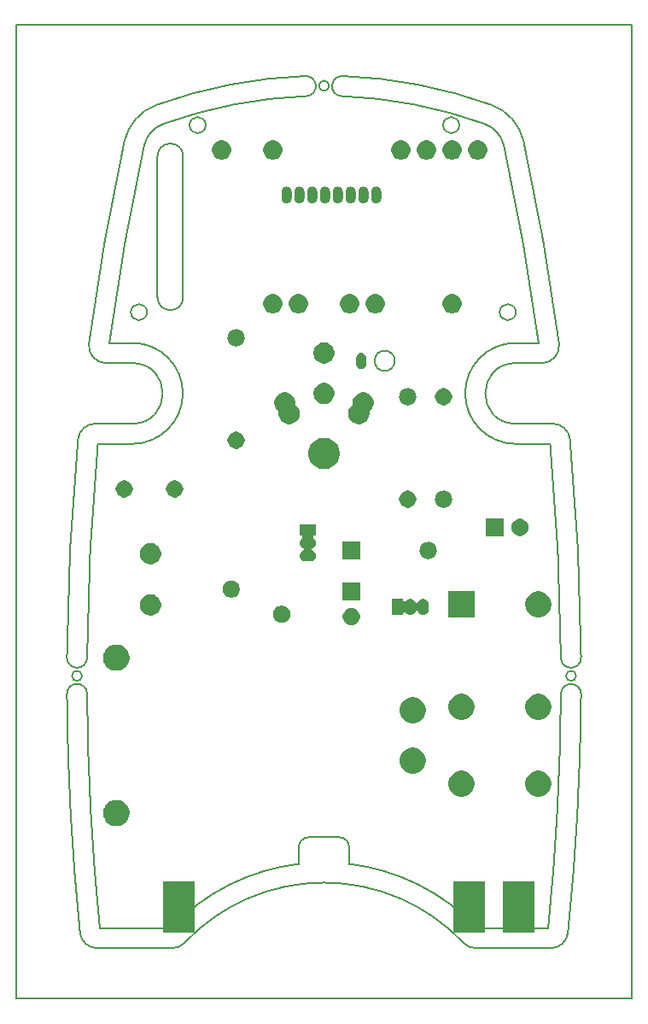
<source format=gbr>
%TF.GenerationSoftware,KiCad,Pcbnew,(5.0.1)-4*%
%TF.CreationDate,2020-03-09T19:56:50+01:00*%
%TF.ProjectId,Funk-Schaltsteckdose,46756E6B2D536368616C74737465636B,rev?*%
%TF.SameCoordinates,Original*%
%TF.FileFunction,Soldermask,Top*%
%TF.FilePolarity,Negative*%
%FSLAX46Y46*%
G04 Gerber Fmt 4.6, Leading zero omitted, Abs format (unit mm)*
G04 Created by KiCad (PCBNEW (5.0.1)-4) date 09.03.2020 19:56:50*
%MOMM*%
%LPD*%
G01*
G04 APERTURE LIST*
%ADD10C,0.150000*%
%ADD11C,0.200000*%
G04 APERTURE END LIST*
D10*
X113419000Y-73407000D02*
G75*
G03X113419000Y-73407000I-800000J0D01*
G01*
X88273000Y-73407000D02*
G75*
G03X88273000Y-73407000I-800000J0D01*
G01*
X82447000Y-91949000D02*
G75*
G03X82447000Y-91949000I-800000J0D01*
G01*
X119023000Y-91949000D02*
G75*
G03X119023000Y-91949000I-800000J0D01*
G01*
X107015000Y-96775000D02*
G75*
G03X107015000Y-96775000I-1000000J0D01*
G01*
D11*
X82150901Y-75467983D02*
G75*
G02X84065149Y-73283707I2931366J-638041D01*
G01*
X81000000Y-95000000D02*
G75*
G02X81000000Y-105000000I0J-5000000D01*
G01*
X80196658Y-75042623D02*
G75*
G02X83387070Y-71402163I4885609J-1063401D01*
G01*
X115068543Y-155000001D02*
G75*
G02X113820194Y-154461510I0J1716230D01*
G01*
X122685153Y-103000000D02*
G75*
G02X124393757Y-104554632I0J-1716229D01*
G01*
X74506558Y-129807258D02*
G75*
G02X76506506Y-129792742I999974J7258D01*
G01*
X101762500Y-70533059D02*
G75*
G02X115934851Y-73283707I-1762500J-46966941D01*
G01*
X101837500Y-68534465D02*
G75*
G02X116612930Y-71402163I-1837500J-48965535D01*
G01*
X76506506Y-126207258D02*
G75*
G02X77573182Y-105000000I246993494J-1792742D01*
G01*
X78390001Y-97000000D02*
X81000000Y-97000000D01*
X125493442Y-126192742D02*
G75*
G02X123493494Y-126207258I-999974J-7258D01*
G01*
X76506505Y-126207258D02*
G75*
G02X74506559Y-126192742I-999973J7258D01*
G01*
X75606243Y-104554632D02*
G75*
G02X77314847Y-103000000I1708604J-161597D01*
G01*
X83387070Y-71402163D02*
G75*
G02X98162500Y-68534465I16612930J-46097837D01*
G01*
X97500000Y-145000000D02*
G75*
G02X98500000Y-144000000I1000000J0D01*
G01*
X123493494Y-129792742D02*
G75*
G02X122231561Y-153000000I-246993494J1792742D01*
G01*
X75804972Y-153459248D02*
G75*
G02X74506559Y-129807258I247695028J25459248D01*
G01*
X81000000Y-95000000D02*
X78714380Y-95000000D01*
X122426818Y-105000000D02*
G75*
G02X123493494Y-126207258I-245926818J-23000000D01*
G01*
X119803342Y-75042623D02*
G75*
G02X123311142Y-95056710I-243303342J-52957377D01*
G01*
X98162500Y-68534465D02*
G75*
G02X98237500Y-70533059I37500J-999297D01*
G01*
X81000000Y-97000000D02*
G75*
G02X81000000Y-103000000I0J-3000000D01*
G01*
X76688858Y-95056710D02*
G75*
G02X80196658Y-75042623I246811142J-32943290D01*
G01*
X125493442Y-129807258D02*
G75*
G02X124195028Y-153459249I-248993442J1807258D01*
G01*
X101762500Y-70533059D02*
G75*
G02X101837500Y-68534465I37500J999297D01*
G01*
X77512207Y-155000001D02*
G75*
G02X75804972Y-153459249I0J1716230D01*
G01*
X102500000Y-146649341D02*
G75*
G02X115190458Y-153000000I-2500000J-20850659D01*
G01*
X124195027Y-153459249D02*
G75*
G02X122487793Y-155000000I-1707234J175478D01*
G01*
X116612930Y-71402163D02*
G75*
G02X119803342Y-75042623I-1695197J-4703861D01*
G01*
X86179806Y-154461510D02*
G75*
G02X113820194Y-154461510I13820194J-13038490D01*
G01*
X119000000Y-103000000D02*
G75*
G02X119000000Y-97000000I0J3000000D01*
G01*
X124393757Y-104554632D02*
G75*
G02X125493441Y-126192742I-247893757J-23445368D01*
G01*
X123311141Y-95056710D02*
G75*
G02X121609999Y-97000000I-1701142J-227061D01*
G01*
X115934851Y-73283707D02*
G75*
G02X117849098Y-75467983I-1017118J-2822317D01*
G01*
X74506559Y-126192742D02*
G75*
G02X75606243Y-104554632I248993441J-1807258D01*
G01*
X123493495Y-129792742D02*
G75*
G02X125493441Y-129807258I999973J-7258D01*
G01*
X78390001Y-97000001D02*
G75*
G02X76688858Y-95056710I0J1716230D01*
G01*
X81000000Y-103000000D02*
X77314847Y-103000000D01*
X78714380Y-95000000D02*
G75*
G02X82150902Y-75467983I244785620J-33000000D01*
G01*
X101500000Y-144000000D02*
G75*
G02X102500000Y-145000000I0J-1000000D01*
G01*
X84809542Y-153000000D02*
G75*
G02X97500000Y-146649341I15190458J-14500000D01*
G01*
X86179805Y-154461510D02*
G75*
G02X84931457Y-155000000I-1248348J1177739D01*
G01*
X84065149Y-73283707D02*
G75*
G02X98237500Y-70533059I15934851J-44216293D01*
G01*
X119000000Y-105000000D02*
G75*
G02X119000000Y-95000000I0J5000000D01*
G01*
X77573182Y-105000000D02*
X81000000Y-105000000D01*
X117849098Y-75467983D02*
G75*
G02X121285620Y-95000000I-241349098J-52532017D01*
G01*
X77768439Y-153000000D02*
G75*
G02X76506506Y-129792742I245731561J25000000D01*
G01*
X97500000Y-145000000D02*
X97500000Y-146649341D01*
X101500000Y-144000000D02*
X98500000Y-144000000D01*
X102500000Y-146649341D02*
X102500000Y-145000000D01*
X119000000Y-97000000D02*
X121609999Y-97000000D01*
X69500000Y-63500000D02*
X69500000Y-160000000D01*
X69500000Y-160000000D02*
X130500000Y-160000000D01*
X76000000Y-128000000D02*
G75*
G03X76000000Y-128000000I-500000J0D01*
G01*
X77512207Y-155000000D02*
X84931457Y-155000000D01*
X119000000Y-105000000D02*
X122426818Y-105000000D01*
X122231561Y-153000000D02*
X115190458Y-153000000D01*
X115068543Y-155000000D02*
X122487793Y-155000000D01*
X84809542Y-153000000D02*
X77768439Y-153000000D01*
X130500000Y-160000000D02*
X130500000Y-63500000D01*
X121285620Y-95000000D02*
X119000000Y-95000000D01*
X122685153Y-103000000D02*
X119000000Y-103000000D01*
X130500000Y-63500000D02*
X69500000Y-63500000D01*
X125000000Y-128000000D02*
G75*
G03X125000000Y-128000000I-500000J0D01*
G01*
X100500000Y-69500000D02*
G75*
G03X100500000Y-69500000I-500000J0D01*
G01*
D10*
X83490000Y-76505000D02*
G75*
G02X86030000Y-76505000I1270000J0D01*
G01*
X86030000Y-90475000D02*
G75*
G02X83490000Y-90475000I-1270000J0D01*
G01*
X86030000Y-90475000D02*
X86030000Y-76505000D01*
X83490000Y-76505000D02*
X83490000Y-90475000D01*
G36*
X120851000Y-153451000D02*
X117749000Y-153451000D01*
X117749000Y-148349000D01*
X120851000Y-148349000D01*
X120851000Y-153451000D01*
X120851000Y-153451000D01*
G37*
G36*
X115951000Y-153451000D02*
X112849000Y-153451000D01*
X112849000Y-148349000D01*
X115951000Y-148349000D01*
X115951000Y-153451000D01*
X115951000Y-153451000D01*
G37*
G36*
X87151000Y-153451000D02*
X84049000Y-153451000D01*
X84049000Y-148349000D01*
X87151000Y-148349000D01*
X87151000Y-153451000D01*
X87151000Y-153451000D01*
G37*
G36*
X79779485Y-140348996D02*
X79779487Y-140348997D01*
X79779488Y-140348997D01*
X80016255Y-140447069D01*
X80229342Y-140589449D01*
X80410551Y-140770658D01*
X80552931Y-140983745D01*
X80651004Y-141220515D01*
X80701000Y-141471861D01*
X80701000Y-141728139D01*
X80651004Y-141979485D01*
X80552931Y-142216255D01*
X80410551Y-142429342D01*
X80229342Y-142610551D01*
X80229339Y-142610553D01*
X80016255Y-142752931D01*
X79779488Y-142851003D01*
X79779487Y-142851003D01*
X79779485Y-142851004D01*
X79528139Y-142901000D01*
X79271861Y-142901000D01*
X79020515Y-142851004D01*
X79020513Y-142851003D01*
X79020512Y-142851003D01*
X78783745Y-142752931D01*
X78570661Y-142610553D01*
X78570658Y-142610551D01*
X78389449Y-142429342D01*
X78247069Y-142216255D01*
X78148996Y-141979485D01*
X78099000Y-141728139D01*
X78099000Y-141471861D01*
X78148996Y-141220515D01*
X78247069Y-140983745D01*
X78389449Y-140770658D01*
X78570658Y-140589449D01*
X78783745Y-140447069D01*
X79020512Y-140348997D01*
X79020513Y-140348997D01*
X79020515Y-140348996D01*
X79271861Y-140299000D01*
X79528139Y-140299000D01*
X79779485Y-140348996D01*
X79779485Y-140348996D01*
G37*
G36*
X121634485Y-137433996D02*
X121634487Y-137433997D01*
X121634488Y-137433997D01*
X121871255Y-137532069D01*
X122084342Y-137674449D01*
X122265551Y-137855658D01*
X122407931Y-138068745D01*
X122506004Y-138305515D01*
X122556000Y-138556861D01*
X122556000Y-138813139D01*
X122506004Y-139064485D01*
X122407931Y-139301255D01*
X122265551Y-139514342D01*
X122084342Y-139695551D01*
X122084339Y-139695553D01*
X121871255Y-139837931D01*
X121634488Y-139936003D01*
X121634487Y-139936003D01*
X121634485Y-139936004D01*
X121383139Y-139986000D01*
X121126861Y-139986000D01*
X120875515Y-139936004D01*
X120875513Y-139936003D01*
X120875512Y-139936003D01*
X120638745Y-139837931D01*
X120425661Y-139695553D01*
X120425658Y-139695551D01*
X120244449Y-139514342D01*
X120102069Y-139301255D01*
X120003996Y-139064485D01*
X119954000Y-138813139D01*
X119954000Y-138556861D01*
X120003996Y-138305515D01*
X120102069Y-138068745D01*
X120244449Y-137855658D01*
X120425658Y-137674449D01*
X120638745Y-137532069D01*
X120875512Y-137433997D01*
X120875513Y-137433997D01*
X120875515Y-137433996D01*
X121126861Y-137384000D01*
X121383139Y-137384000D01*
X121634485Y-137433996D01*
X121634485Y-137433996D01*
G37*
G36*
X114014485Y-137433996D02*
X114014487Y-137433997D01*
X114014488Y-137433997D01*
X114251255Y-137532069D01*
X114464342Y-137674449D01*
X114645551Y-137855658D01*
X114787931Y-138068745D01*
X114886004Y-138305515D01*
X114936000Y-138556861D01*
X114936000Y-138813139D01*
X114886004Y-139064485D01*
X114787931Y-139301255D01*
X114645551Y-139514342D01*
X114464342Y-139695551D01*
X114464339Y-139695553D01*
X114251255Y-139837931D01*
X114014488Y-139936003D01*
X114014487Y-139936003D01*
X114014485Y-139936004D01*
X113763139Y-139986000D01*
X113506861Y-139986000D01*
X113255515Y-139936004D01*
X113255513Y-139936003D01*
X113255512Y-139936003D01*
X113018745Y-139837931D01*
X112805661Y-139695553D01*
X112805658Y-139695551D01*
X112624449Y-139514342D01*
X112482069Y-139301255D01*
X112383996Y-139064485D01*
X112334000Y-138813139D01*
X112334000Y-138556861D01*
X112383996Y-138305515D01*
X112482069Y-138068745D01*
X112624449Y-137855658D01*
X112805658Y-137674449D01*
X113018745Y-137532069D01*
X113255512Y-137433997D01*
X113255513Y-137433997D01*
X113255515Y-137433996D01*
X113506861Y-137384000D01*
X113763139Y-137384000D01*
X114014485Y-137433996D01*
X114014485Y-137433996D01*
G37*
G36*
X109179485Y-135148996D02*
X109179487Y-135148997D01*
X109179488Y-135148997D01*
X109416255Y-135247069D01*
X109629342Y-135389449D01*
X109810551Y-135570658D01*
X109952931Y-135783745D01*
X110051004Y-136020515D01*
X110101000Y-136271861D01*
X110101000Y-136528139D01*
X110051004Y-136779485D01*
X109952931Y-137016255D01*
X109810551Y-137229342D01*
X109629342Y-137410551D01*
X109629339Y-137410553D01*
X109416255Y-137552931D01*
X109179488Y-137651003D01*
X109179487Y-137651003D01*
X109179485Y-137651004D01*
X108928139Y-137701000D01*
X108671861Y-137701000D01*
X108420515Y-137651004D01*
X108420513Y-137651003D01*
X108420512Y-137651003D01*
X108183745Y-137552931D01*
X107970661Y-137410553D01*
X107970658Y-137410551D01*
X107789449Y-137229342D01*
X107647069Y-137016255D01*
X107548996Y-136779485D01*
X107499000Y-136528139D01*
X107499000Y-136271861D01*
X107548996Y-136020515D01*
X107647069Y-135783745D01*
X107789449Y-135570658D01*
X107970658Y-135389449D01*
X108183745Y-135247069D01*
X108420512Y-135148997D01*
X108420513Y-135148997D01*
X108420515Y-135148996D01*
X108671861Y-135099000D01*
X108928139Y-135099000D01*
X109179485Y-135148996D01*
X109179485Y-135148996D01*
G37*
G36*
X109179485Y-130148996D02*
X109179487Y-130148997D01*
X109179488Y-130148997D01*
X109388706Y-130235658D01*
X109416255Y-130247069D01*
X109629342Y-130389449D01*
X109810551Y-130570658D01*
X109952931Y-130783745D01*
X110051004Y-131020515D01*
X110101000Y-131271861D01*
X110101000Y-131528139D01*
X110051004Y-131779485D01*
X109952931Y-132016255D01*
X109810551Y-132229342D01*
X109629342Y-132410551D01*
X109629339Y-132410553D01*
X109416255Y-132552931D01*
X109179488Y-132651003D01*
X109179487Y-132651003D01*
X109179485Y-132651004D01*
X108928139Y-132701000D01*
X108671861Y-132701000D01*
X108420515Y-132651004D01*
X108420513Y-132651003D01*
X108420512Y-132651003D01*
X108183745Y-132552931D01*
X107970661Y-132410553D01*
X107970658Y-132410551D01*
X107789449Y-132229342D01*
X107647069Y-132016255D01*
X107548996Y-131779485D01*
X107499000Y-131528139D01*
X107499000Y-131271861D01*
X107548996Y-131020515D01*
X107647069Y-130783745D01*
X107789449Y-130570658D01*
X107970658Y-130389449D01*
X108183745Y-130247069D01*
X108211294Y-130235658D01*
X108420512Y-130148997D01*
X108420513Y-130148997D01*
X108420515Y-130148996D01*
X108671861Y-130099000D01*
X108928139Y-130099000D01*
X109179485Y-130148996D01*
X109179485Y-130148996D01*
G37*
G36*
X121634485Y-129813996D02*
X121634487Y-129813997D01*
X121634488Y-129813997D01*
X121871255Y-129912069D01*
X122084342Y-130054449D01*
X122265551Y-130235658D01*
X122407931Y-130448745D01*
X122506004Y-130685515D01*
X122556000Y-130936861D01*
X122556000Y-131193139D01*
X122506004Y-131444485D01*
X122407931Y-131681255D01*
X122265551Y-131894342D01*
X122084342Y-132075551D01*
X122084339Y-132075553D01*
X121871255Y-132217931D01*
X121634488Y-132316003D01*
X121634487Y-132316003D01*
X121634485Y-132316004D01*
X121383139Y-132366000D01*
X121126861Y-132366000D01*
X120875515Y-132316004D01*
X120875513Y-132316003D01*
X120875512Y-132316003D01*
X120638745Y-132217931D01*
X120425661Y-132075553D01*
X120425658Y-132075551D01*
X120244449Y-131894342D01*
X120102069Y-131681255D01*
X120003996Y-131444485D01*
X119954000Y-131193139D01*
X119954000Y-130936861D01*
X120003996Y-130685515D01*
X120102069Y-130448745D01*
X120244449Y-130235658D01*
X120425658Y-130054449D01*
X120638745Y-129912069D01*
X120875512Y-129813997D01*
X120875513Y-129813997D01*
X120875515Y-129813996D01*
X121126861Y-129764000D01*
X121383139Y-129764000D01*
X121634485Y-129813996D01*
X121634485Y-129813996D01*
G37*
G36*
X114014485Y-129813996D02*
X114014487Y-129813997D01*
X114014488Y-129813997D01*
X114251255Y-129912069D01*
X114464342Y-130054449D01*
X114645551Y-130235658D01*
X114787931Y-130448745D01*
X114886004Y-130685515D01*
X114936000Y-130936861D01*
X114936000Y-131193139D01*
X114886004Y-131444485D01*
X114787931Y-131681255D01*
X114645551Y-131894342D01*
X114464342Y-132075551D01*
X114464339Y-132075553D01*
X114251255Y-132217931D01*
X114014488Y-132316003D01*
X114014487Y-132316003D01*
X114014485Y-132316004D01*
X113763139Y-132366000D01*
X113506861Y-132366000D01*
X113255515Y-132316004D01*
X113255513Y-132316003D01*
X113255512Y-132316003D01*
X113018745Y-132217931D01*
X112805661Y-132075553D01*
X112805658Y-132075551D01*
X112624449Y-131894342D01*
X112482069Y-131681255D01*
X112383996Y-131444485D01*
X112334000Y-131193139D01*
X112334000Y-130936861D01*
X112383996Y-130685515D01*
X112482069Y-130448745D01*
X112624449Y-130235658D01*
X112805658Y-130054449D01*
X113018745Y-129912069D01*
X113255512Y-129813997D01*
X113255513Y-129813997D01*
X113255515Y-129813996D01*
X113506861Y-129764000D01*
X113763139Y-129764000D01*
X114014485Y-129813996D01*
X114014485Y-129813996D01*
G37*
G36*
X79779485Y-124948996D02*
X79779487Y-124948997D01*
X79779488Y-124948997D01*
X80016255Y-125047069D01*
X80229342Y-125189449D01*
X80410551Y-125370658D01*
X80552931Y-125583745D01*
X80651004Y-125820515D01*
X80701000Y-126071861D01*
X80701000Y-126328139D01*
X80651004Y-126579485D01*
X80552931Y-126816255D01*
X80410551Y-127029342D01*
X80229342Y-127210551D01*
X80229339Y-127210553D01*
X80016255Y-127352931D01*
X79779488Y-127451003D01*
X79779487Y-127451003D01*
X79779485Y-127451004D01*
X79528139Y-127501000D01*
X79271861Y-127501000D01*
X79020515Y-127451004D01*
X79020513Y-127451003D01*
X79020512Y-127451003D01*
X78783745Y-127352931D01*
X78570661Y-127210553D01*
X78570658Y-127210551D01*
X78389449Y-127029342D01*
X78247069Y-126816255D01*
X78148996Y-126579485D01*
X78099000Y-126328139D01*
X78099000Y-126071861D01*
X78148996Y-125820515D01*
X78247069Y-125583745D01*
X78389449Y-125370658D01*
X78570658Y-125189449D01*
X78783745Y-125047069D01*
X79020512Y-124948997D01*
X79020513Y-124948997D01*
X79020515Y-124948996D01*
X79271861Y-124899000D01*
X79528139Y-124899000D01*
X79779485Y-124948996D01*
X79779485Y-124948996D01*
G37*
G36*
X102961228Y-121316703D02*
X103116100Y-121380853D01*
X103255481Y-121473985D01*
X103374015Y-121592519D01*
X103467147Y-121731900D01*
X103531297Y-121886772D01*
X103564000Y-122051184D01*
X103564000Y-122218816D01*
X103531297Y-122383228D01*
X103467147Y-122538100D01*
X103374015Y-122677481D01*
X103255481Y-122796015D01*
X103116100Y-122889147D01*
X102961228Y-122953297D01*
X102796816Y-122986000D01*
X102629184Y-122986000D01*
X102464772Y-122953297D01*
X102309900Y-122889147D01*
X102170519Y-122796015D01*
X102051985Y-122677481D01*
X101958853Y-122538100D01*
X101894703Y-122383228D01*
X101862000Y-122218816D01*
X101862000Y-122051184D01*
X101894703Y-121886772D01*
X101958853Y-121731900D01*
X102051985Y-121592519D01*
X102170519Y-121473985D01*
X102309900Y-121380853D01*
X102464772Y-121316703D01*
X102629184Y-121284000D01*
X102796816Y-121284000D01*
X102961228Y-121316703D01*
X102961228Y-121316703D01*
G37*
G36*
X96048228Y-121081703D02*
X96203100Y-121145853D01*
X96342481Y-121238985D01*
X96461015Y-121357519D01*
X96554147Y-121496900D01*
X96618297Y-121651772D01*
X96651000Y-121816184D01*
X96651000Y-121983816D01*
X96618297Y-122148228D01*
X96554147Y-122303100D01*
X96461015Y-122442481D01*
X96342481Y-122561015D01*
X96203100Y-122654147D01*
X96048228Y-122718297D01*
X95883816Y-122751000D01*
X95716184Y-122751000D01*
X95551772Y-122718297D01*
X95396900Y-122654147D01*
X95257519Y-122561015D01*
X95138985Y-122442481D01*
X95045853Y-122303100D01*
X94981703Y-122148228D01*
X94949000Y-121983816D01*
X94949000Y-121816184D01*
X94981703Y-121651772D01*
X95045853Y-121496900D01*
X95138985Y-121357519D01*
X95257519Y-121238985D01*
X95396900Y-121145853D01*
X95551772Y-121081703D01*
X95716184Y-121049000D01*
X95883816Y-121049000D01*
X96048228Y-121081703D01*
X96048228Y-121081703D01*
G37*
G36*
X121634485Y-119653996D02*
X121634487Y-119653997D01*
X121634488Y-119653997D01*
X121871255Y-119752069D01*
X122084342Y-119894449D01*
X122265551Y-120075658D01*
X122265553Y-120075661D01*
X122407931Y-120288745D01*
X122505682Y-120524736D01*
X122506004Y-120525515D01*
X122556000Y-120776861D01*
X122556000Y-121033139D01*
X122515055Y-121238985D01*
X122506003Y-121284488D01*
X122453063Y-121412297D01*
X122407931Y-121521255D01*
X122265551Y-121734342D01*
X122084342Y-121915551D01*
X122084339Y-121915553D01*
X121871255Y-122057931D01*
X121634488Y-122156003D01*
X121634487Y-122156003D01*
X121634485Y-122156004D01*
X121383139Y-122206000D01*
X121126861Y-122206000D01*
X120875515Y-122156004D01*
X120875513Y-122156003D01*
X120875512Y-122156003D01*
X120638745Y-122057931D01*
X120425661Y-121915553D01*
X120425658Y-121915551D01*
X120244449Y-121734342D01*
X120102069Y-121521255D01*
X120056937Y-121412297D01*
X120003997Y-121284488D01*
X119994946Y-121238985D01*
X119954000Y-121033139D01*
X119954000Y-120776861D01*
X120003996Y-120525515D01*
X120004319Y-120524736D01*
X120102069Y-120288745D01*
X120244447Y-120075661D01*
X120244449Y-120075658D01*
X120425658Y-119894449D01*
X120638745Y-119752069D01*
X120875512Y-119653997D01*
X120875513Y-119653997D01*
X120875515Y-119653996D01*
X121126861Y-119604000D01*
X121383139Y-119604000D01*
X121634485Y-119653996D01*
X121634485Y-119653996D01*
G37*
G36*
X114936000Y-122206000D02*
X112334000Y-122206000D01*
X112334000Y-119604000D01*
X114936000Y-119604000D01*
X114936000Y-122206000D01*
X114936000Y-122206000D01*
G37*
G36*
X83096565Y-119969389D02*
X83287834Y-120048615D01*
X83459976Y-120163637D01*
X83606363Y-120310024D01*
X83721385Y-120482166D01*
X83800611Y-120673435D01*
X83841000Y-120876484D01*
X83841000Y-121083516D01*
X83800611Y-121286565D01*
X83721385Y-121477834D01*
X83606363Y-121649976D01*
X83459976Y-121796363D01*
X83287834Y-121911385D01*
X83096565Y-121990611D01*
X82893516Y-122031000D01*
X82686484Y-122031000D01*
X82483435Y-121990611D01*
X82292166Y-121911385D01*
X82120024Y-121796363D01*
X81973637Y-121649976D01*
X81858615Y-121477834D01*
X81779389Y-121286565D01*
X81739000Y-121083516D01*
X81739000Y-120876484D01*
X81779389Y-120673435D01*
X81858615Y-120482166D01*
X81973637Y-120310024D01*
X82120024Y-120163637D01*
X82292166Y-120048615D01*
X82483435Y-119969389D01*
X82686484Y-119929000D01*
X82893516Y-119929000D01*
X83096565Y-119969389D01*
X83096565Y-119969389D01*
G37*
G36*
X109937915Y-120366334D02*
X110046491Y-120399271D01*
X110146556Y-120452756D01*
X110234264Y-120524736D01*
X110306244Y-120612443D01*
X110359729Y-120712508D01*
X110392666Y-120821084D01*
X110401000Y-120905702D01*
X110401000Y-121412297D01*
X110392666Y-121496916D01*
X110359729Y-121605492D01*
X110306244Y-121705557D01*
X110234264Y-121793264D01*
X110146557Y-121865244D01*
X110046492Y-121918729D01*
X109937916Y-121951666D01*
X109825000Y-121962787D01*
X109712085Y-121951666D01*
X109603509Y-121918729D01*
X109503444Y-121865244D01*
X109443665Y-121816184D01*
X109415739Y-121793266D01*
X109415737Y-121793264D01*
X109343757Y-121705557D01*
X109314047Y-121649973D01*
X109300240Y-121624143D01*
X109286627Y-121603768D01*
X109269299Y-121586441D01*
X109248925Y-121572827D01*
X109226286Y-121563450D01*
X109202253Y-121558669D01*
X109177748Y-121558669D01*
X109153715Y-121563449D01*
X109131076Y-121572827D01*
X109110701Y-121586440D01*
X109093374Y-121603768D01*
X109079760Y-121624143D01*
X109036244Y-121705557D01*
X108964264Y-121793264D01*
X108876557Y-121865244D01*
X108776492Y-121918729D01*
X108667916Y-121951666D01*
X108555000Y-121962787D01*
X108442085Y-121951666D01*
X108333509Y-121918729D01*
X108233444Y-121865244D01*
X108145737Y-121793264D01*
X108082626Y-121716364D01*
X108065299Y-121699036D01*
X108044924Y-121685423D01*
X108022285Y-121676045D01*
X107998252Y-121671265D01*
X107973748Y-121671265D01*
X107949714Y-121676046D01*
X107927075Y-121685423D01*
X107906701Y-121699037D01*
X107889373Y-121716364D01*
X107875760Y-121736739D01*
X107866382Y-121759378D01*
X107861000Y-121795663D01*
X107861000Y-121960000D01*
X106709000Y-121960000D01*
X106709000Y-120358000D01*
X107861000Y-120358000D01*
X107861000Y-120522337D01*
X107863402Y-120546723D01*
X107870515Y-120570172D01*
X107882066Y-120591783D01*
X107897612Y-120610725D01*
X107916554Y-120626271D01*
X107938165Y-120637822D01*
X107961614Y-120644935D01*
X107986000Y-120647337D01*
X108010386Y-120644935D01*
X108033835Y-120637822D01*
X108055446Y-120626271D01*
X108082626Y-120601636D01*
X108145097Y-120525515D01*
X108145736Y-120524736D01*
X108233443Y-120452756D01*
X108333508Y-120399271D01*
X108442084Y-120366334D01*
X108555000Y-120355213D01*
X108667915Y-120366334D01*
X108776491Y-120399271D01*
X108876556Y-120452756D01*
X108964264Y-120524736D01*
X109036244Y-120612443D01*
X109079767Y-120693869D01*
X109093373Y-120714232D01*
X109110700Y-120731560D01*
X109131075Y-120745174D01*
X109153713Y-120754551D01*
X109177747Y-120759332D01*
X109202251Y-120759332D01*
X109226285Y-120754552D01*
X109248924Y-120745175D01*
X109269298Y-120731561D01*
X109286626Y-120714234D01*
X109300240Y-120693858D01*
X109343756Y-120612444D01*
X109415097Y-120525515D01*
X109415736Y-120524736D01*
X109503443Y-120452756D01*
X109603508Y-120399271D01*
X109712084Y-120366334D01*
X109825000Y-120355213D01*
X109937915Y-120366334D01*
X109937915Y-120366334D01*
G37*
G36*
X103564000Y-120486000D02*
X101862000Y-120486000D01*
X101862000Y-118784000D01*
X103564000Y-118784000D01*
X103564000Y-120486000D01*
X103564000Y-120486000D01*
G37*
G36*
X91048228Y-118581703D02*
X91203100Y-118645853D01*
X91342481Y-118738985D01*
X91461015Y-118857519D01*
X91554147Y-118996900D01*
X91618297Y-119151772D01*
X91651000Y-119316184D01*
X91651000Y-119483816D01*
X91618297Y-119648228D01*
X91554147Y-119803100D01*
X91461015Y-119942481D01*
X91342481Y-120061015D01*
X91203100Y-120154147D01*
X91048228Y-120218297D01*
X90883816Y-120251000D01*
X90716184Y-120251000D01*
X90551772Y-120218297D01*
X90396900Y-120154147D01*
X90257519Y-120061015D01*
X90138985Y-119942481D01*
X90045853Y-119803100D01*
X89981703Y-119648228D01*
X89949000Y-119483816D01*
X89949000Y-119316184D01*
X89981703Y-119151772D01*
X90045853Y-118996900D01*
X90138985Y-118857519D01*
X90257519Y-118738985D01*
X90396900Y-118645853D01*
X90551772Y-118581703D01*
X90716184Y-118549000D01*
X90883816Y-118549000D01*
X91048228Y-118581703D01*
X91048228Y-118581703D01*
G37*
G36*
X83106565Y-114889389D02*
X83297834Y-114968615D01*
X83469976Y-115083637D01*
X83616363Y-115230024D01*
X83731385Y-115402166D01*
X83810611Y-115593435D01*
X83851000Y-115796484D01*
X83851000Y-116003516D01*
X83810611Y-116206565D01*
X83731385Y-116397834D01*
X83616363Y-116569976D01*
X83469976Y-116716363D01*
X83297834Y-116831385D01*
X83106565Y-116910611D01*
X82903516Y-116951000D01*
X82696484Y-116951000D01*
X82493435Y-116910611D01*
X82302166Y-116831385D01*
X82130024Y-116716363D01*
X81983637Y-116569976D01*
X81868615Y-116397834D01*
X81789389Y-116206565D01*
X81749000Y-116003516D01*
X81749000Y-115796484D01*
X81789389Y-115593435D01*
X81868615Y-115402166D01*
X81983637Y-115230024D01*
X82130024Y-115083637D01*
X82302166Y-114968615D01*
X82493435Y-114889389D01*
X82696484Y-114849000D01*
X82903516Y-114849000D01*
X83106565Y-114889389D01*
X83106565Y-114889389D01*
G37*
G36*
X99196000Y-114115000D02*
X99031664Y-114115000D01*
X99007278Y-114117402D01*
X98983829Y-114124515D01*
X98962218Y-114136066D01*
X98943276Y-114151612D01*
X98927730Y-114170554D01*
X98916179Y-114192165D01*
X98909066Y-114215614D01*
X98906664Y-114240000D01*
X98909066Y-114264386D01*
X98916179Y-114287835D01*
X98927730Y-114309446D01*
X98952365Y-114336626D01*
X99029264Y-114399736D01*
X99101244Y-114487443D01*
X99154729Y-114587508D01*
X99187666Y-114696084D01*
X99198787Y-114809000D01*
X99187666Y-114921916D01*
X99154729Y-115030492D01*
X99154726Y-115030497D01*
X99101244Y-115130557D01*
X99029264Y-115218264D01*
X98941557Y-115290244D01*
X98860143Y-115333760D01*
X98839768Y-115347373D01*
X98822441Y-115364701D01*
X98808827Y-115385075D01*
X98799450Y-115407714D01*
X98794669Y-115431747D01*
X98794669Y-115456252D01*
X98799449Y-115480285D01*
X98808827Y-115502924D01*
X98822440Y-115523299D01*
X98839768Y-115540626D01*
X98860143Y-115554240D01*
X98941557Y-115597756D01*
X99029264Y-115669736D01*
X99101244Y-115757443D01*
X99154729Y-115857508D01*
X99187666Y-115966084D01*
X99198787Y-116079000D01*
X99187666Y-116191916D01*
X99154729Y-116300492D01*
X99101244Y-116400557D01*
X99029264Y-116488264D01*
X98941557Y-116560244D01*
X98841492Y-116613729D01*
X98732916Y-116646666D01*
X98648298Y-116655000D01*
X98141702Y-116655000D01*
X98057084Y-116646666D01*
X97948508Y-116613729D01*
X97848443Y-116560244D01*
X97760736Y-116488264D01*
X97688756Y-116400557D01*
X97635271Y-116300492D01*
X97602334Y-116191916D01*
X97591213Y-116079000D01*
X97602334Y-115966084D01*
X97635271Y-115857508D01*
X97688756Y-115757443D01*
X97760736Y-115669736D01*
X97848443Y-115597756D01*
X97929857Y-115554240D01*
X97950232Y-115540627D01*
X97967559Y-115523299D01*
X97981173Y-115502925D01*
X97990550Y-115480286D01*
X97995331Y-115456253D01*
X97995331Y-115431748D01*
X97990551Y-115407715D01*
X97981173Y-115385076D01*
X97967560Y-115364701D01*
X97950232Y-115347374D01*
X97929857Y-115333760D01*
X97848443Y-115290244D01*
X97760736Y-115218264D01*
X97688756Y-115130557D01*
X97635274Y-115030497D01*
X97635271Y-115030492D01*
X97602334Y-114921916D01*
X97591213Y-114809000D01*
X97602334Y-114696084D01*
X97635271Y-114587508D01*
X97688756Y-114487443D01*
X97760736Y-114399736D01*
X97837635Y-114336626D01*
X97854962Y-114319299D01*
X97868576Y-114298924D01*
X97877954Y-114276285D01*
X97882734Y-114252252D01*
X97882734Y-114227748D01*
X97877953Y-114203714D01*
X97868576Y-114181075D01*
X97854962Y-114160701D01*
X97837635Y-114143374D01*
X97817260Y-114129760D01*
X97794621Y-114120382D01*
X97758336Y-114115000D01*
X97594000Y-114115000D01*
X97594000Y-112963000D01*
X99196000Y-112963000D01*
X99196000Y-114115000D01*
X99196000Y-114115000D01*
G37*
G36*
X110499821Y-114732313D02*
X110499824Y-114732314D01*
X110499825Y-114732314D01*
X110660239Y-114780975D01*
X110660241Y-114780976D01*
X110660244Y-114780977D01*
X110808078Y-114859995D01*
X110937659Y-114966341D01*
X111044005Y-115095922D01*
X111123023Y-115243756D01*
X111123024Y-115243759D01*
X111123025Y-115243761D01*
X111171686Y-115404175D01*
X111171687Y-115404179D01*
X111188117Y-115571000D01*
X111171687Y-115737821D01*
X111171686Y-115737824D01*
X111171686Y-115737825D01*
X111135381Y-115857508D01*
X111123023Y-115898244D01*
X111044005Y-116046078D01*
X110937659Y-116175659D01*
X110808078Y-116282005D01*
X110660244Y-116361023D01*
X110660241Y-116361024D01*
X110660239Y-116361025D01*
X110499825Y-116409686D01*
X110499824Y-116409686D01*
X110499821Y-116409687D01*
X110374804Y-116422000D01*
X110291196Y-116422000D01*
X110166179Y-116409687D01*
X110166176Y-116409686D01*
X110166175Y-116409686D01*
X110005761Y-116361025D01*
X110005759Y-116361024D01*
X110005756Y-116361023D01*
X109857922Y-116282005D01*
X109728341Y-116175659D01*
X109621995Y-116046078D01*
X109542977Y-115898244D01*
X109530620Y-115857508D01*
X109494314Y-115737825D01*
X109494314Y-115737824D01*
X109494313Y-115737821D01*
X109477883Y-115571000D01*
X109494313Y-115404179D01*
X109494314Y-115404175D01*
X109542975Y-115243761D01*
X109542976Y-115243759D01*
X109542977Y-115243756D01*
X109621995Y-115095922D01*
X109728341Y-114966341D01*
X109857922Y-114859995D01*
X110005756Y-114780977D01*
X110005759Y-114780976D01*
X110005761Y-114780975D01*
X110166175Y-114732314D01*
X110166176Y-114732314D01*
X110166179Y-114732313D01*
X110291196Y-114720000D01*
X110374804Y-114720000D01*
X110499821Y-114732313D01*
X110499821Y-114732313D01*
G37*
G36*
X103564000Y-116422000D02*
X101862000Y-116422000D01*
X101862000Y-114720000D01*
X103564000Y-114720000D01*
X103564000Y-116422000D01*
X103564000Y-116422000D01*
G37*
G36*
X117788000Y-114136000D02*
X116086000Y-114136000D01*
X116086000Y-112434000D01*
X117788000Y-112434000D01*
X117788000Y-114136000D01*
X117788000Y-114136000D01*
G37*
G36*
X119685228Y-112466703D02*
X119840100Y-112530853D01*
X119979481Y-112623985D01*
X120098015Y-112742519D01*
X120191147Y-112881900D01*
X120255297Y-113036772D01*
X120288000Y-113201184D01*
X120288000Y-113368816D01*
X120255297Y-113533228D01*
X120191147Y-113688100D01*
X120098015Y-113827481D01*
X119979481Y-113946015D01*
X119840100Y-114039147D01*
X119685228Y-114103297D01*
X119520816Y-114136000D01*
X119353184Y-114136000D01*
X119188772Y-114103297D01*
X119033900Y-114039147D01*
X118894519Y-113946015D01*
X118775985Y-113827481D01*
X118682853Y-113688100D01*
X118618703Y-113533228D01*
X118586000Y-113368816D01*
X118586000Y-113201184D01*
X118618703Y-113036772D01*
X118682853Y-112881900D01*
X118775985Y-112742519D01*
X118894519Y-112623985D01*
X119033900Y-112530853D01*
X119188772Y-112466703D01*
X119353184Y-112434000D01*
X119520816Y-112434000D01*
X119685228Y-112466703D01*
X119685228Y-112466703D01*
G37*
G36*
X112023821Y-109652313D02*
X112023824Y-109652314D01*
X112023825Y-109652314D01*
X112184239Y-109700975D01*
X112184241Y-109700976D01*
X112184244Y-109700977D01*
X112332078Y-109779995D01*
X112461659Y-109886341D01*
X112568005Y-110015922D01*
X112647023Y-110163756D01*
X112647024Y-110163759D01*
X112647025Y-110163761D01*
X112686319Y-110293296D01*
X112695687Y-110324179D01*
X112712117Y-110491000D01*
X112695687Y-110657821D01*
X112695686Y-110657824D01*
X112695686Y-110657825D01*
X112670993Y-110739228D01*
X112647023Y-110818244D01*
X112568005Y-110966078D01*
X112461659Y-111095659D01*
X112332078Y-111202005D01*
X112184244Y-111281023D01*
X112184241Y-111281024D01*
X112184239Y-111281025D01*
X112023825Y-111329686D01*
X112023824Y-111329686D01*
X112023821Y-111329687D01*
X111898804Y-111342000D01*
X111815196Y-111342000D01*
X111690179Y-111329687D01*
X111690176Y-111329686D01*
X111690175Y-111329686D01*
X111529761Y-111281025D01*
X111529759Y-111281024D01*
X111529756Y-111281023D01*
X111381922Y-111202005D01*
X111252341Y-111095659D01*
X111145995Y-110966078D01*
X111066977Y-110818244D01*
X111043008Y-110739228D01*
X111018314Y-110657825D01*
X111018314Y-110657824D01*
X111018313Y-110657821D01*
X111001883Y-110491000D01*
X111018313Y-110324179D01*
X111027681Y-110293296D01*
X111066975Y-110163761D01*
X111066976Y-110163759D01*
X111066977Y-110163756D01*
X111145995Y-110015922D01*
X111252341Y-109886341D01*
X111381922Y-109779995D01*
X111529756Y-109700977D01*
X111529759Y-109700976D01*
X111529761Y-109700975D01*
X111690175Y-109652314D01*
X111690176Y-109652314D01*
X111690179Y-109652313D01*
X111815196Y-109640000D01*
X111898804Y-109640000D01*
X112023821Y-109652313D01*
X112023821Y-109652313D01*
G37*
G36*
X108549228Y-109672703D02*
X108704100Y-109736853D01*
X108843481Y-109829985D01*
X108962015Y-109948519D01*
X109055147Y-110087900D01*
X109119297Y-110242772D01*
X109152000Y-110407184D01*
X109152000Y-110574816D01*
X109119297Y-110739228D01*
X109055147Y-110894100D01*
X108962015Y-111033481D01*
X108843481Y-111152015D01*
X108704100Y-111245147D01*
X108549228Y-111309297D01*
X108384816Y-111342000D01*
X108217184Y-111342000D01*
X108052772Y-111309297D01*
X107897900Y-111245147D01*
X107758519Y-111152015D01*
X107639985Y-111033481D01*
X107546853Y-110894100D01*
X107482703Y-110739228D01*
X107450000Y-110574816D01*
X107450000Y-110407184D01*
X107482703Y-110242772D01*
X107546853Y-110087900D01*
X107639985Y-109948519D01*
X107758519Y-109829985D01*
X107897900Y-109736853D01*
X108052772Y-109672703D01*
X108217184Y-109640000D01*
X108384816Y-109640000D01*
X108549228Y-109672703D01*
X108549228Y-109672703D01*
G37*
G36*
X80435228Y-108656703D02*
X80590100Y-108720853D01*
X80729481Y-108813985D01*
X80848015Y-108932519D01*
X80941147Y-109071900D01*
X81005297Y-109226772D01*
X81038000Y-109391184D01*
X81038000Y-109558816D01*
X81005297Y-109723228D01*
X80941147Y-109878100D01*
X80848015Y-110017481D01*
X80729481Y-110136015D01*
X80590100Y-110229147D01*
X80435228Y-110293297D01*
X80270816Y-110326000D01*
X80103184Y-110326000D01*
X79938772Y-110293297D01*
X79783900Y-110229147D01*
X79644519Y-110136015D01*
X79525985Y-110017481D01*
X79432853Y-109878100D01*
X79368703Y-109723228D01*
X79336000Y-109558816D01*
X79336000Y-109391184D01*
X79368703Y-109226772D01*
X79432853Y-109071900D01*
X79525985Y-108932519D01*
X79644519Y-108813985D01*
X79783900Y-108720853D01*
X79938772Y-108656703D01*
X80103184Y-108624000D01*
X80270816Y-108624000D01*
X80435228Y-108656703D01*
X80435228Y-108656703D01*
G37*
G36*
X85435228Y-108656703D02*
X85590100Y-108720853D01*
X85729481Y-108813985D01*
X85848015Y-108932519D01*
X85941147Y-109071900D01*
X86005297Y-109226772D01*
X86038000Y-109391184D01*
X86038000Y-109558816D01*
X86005297Y-109723228D01*
X85941147Y-109878100D01*
X85848015Y-110017481D01*
X85729481Y-110136015D01*
X85590100Y-110229147D01*
X85435228Y-110293297D01*
X85270816Y-110326000D01*
X85103184Y-110326000D01*
X84938772Y-110293297D01*
X84783900Y-110229147D01*
X84644519Y-110136015D01*
X84525985Y-110017481D01*
X84432853Y-109878100D01*
X84368703Y-109723228D01*
X84336000Y-109558816D01*
X84336000Y-109391184D01*
X84368703Y-109226772D01*
X84432853Y-109071900D01*
X84525985Y-108932519D01*
X84644519Y-108813985D01*
X84783900Y-108720853D01*
X84938772Y-108656703D01*
X85103184Y-108624000D01*
X85270816Y-108624000D01*
X85435228Y-108656703D01*
X85435228Y-108656703D01*
G37*
G36*
X100352527Y-104457736D02*
X100452410Y-104477604D01*
X100734674Y-104594521D01*
X100988705Y-104764259D01*
X101204741Y-104980295D01*
X101374479Y-105234326D01*
X101491396Y-105516590D01*
X101551000Y-105816240D01*
X101551000Y-106121760D01*
X101491396Y-106421410D01*
X101374479Y-106703674D01*
X101204741Y-106957705D01*
X100988705Y-107173741D01*
X100734674Y-107343479D01*
X100452410Y-107460396D01*
X100352527Y-107480264D01*
X100152762Y-107520000D01*
X99847238Y-107520000D01*
X99647473Y-107480264D01*
X99547590Y-107460396D01*
X99265326Y-107343479D01*
X99011295Y-107173741D01*
X98795259Y-106957705D01*
X98625521Y-106703674D01*
X98508604Y-106421410D01*
X98449000Y-106121760D01*
X98449000Y-105816240D01*
X98508604Y-105516590D01*
X98625521Y-105234326D01*
X98795259Y-104980295D01*
X99011295Y-104764259D01*
X99265326Y-104594521D01*
X99547590Y-104477604D01*
X99647473Y-104457736D01*
X99847238Y-104418000D01*
X100152762Y-104418000D01*
X100352527Y-104457736D01*
X100352527Y-104457736D01*
G37*
G36*
X91531228Y-103830703D02*
X91686100Y-103894853D01*
X91825481Y-103987985D01*
X91944015Y-104106519D01*
X92037147Y-104245900D01*
X92101297Y-104400772D01*
X92134000Y-104565184D01*
X92134000Y-104732816D01*
X92101297Y-104897228D01*
X92037147Y-105052100D01*
X91944015Y-105191481D01*
X91825481Y-105310015D01*
X91686100Y-105403147D01*
X91531228Y-105467297D01*
X91366816Y-105500000D01*
X91199184Y-105500000D01*
X91034772Y-105467297D01*
X90879900Y-105403147D01*
X90740519Y-105310015D01*
X90621985Y-105191481D01*
X90528853Y-105052100D01*
X90464703Y-104897228D01*
X90432000Y-104732816D01*
X90432000Y-104565184D01*
X90464703Y-104400772D01*
X90528853Y-104245900D01*
X90621985Y-104106519D01*
X90740519Y-103987985D01*
X90879900Y-103894853D01*
X91034772Y-103830703D01*
X91199184Y-103798000D01*
X91366816Y-103798000D01*
X91531228Y-103830703D01*
X91531228Y-103830703D01*
G37*
G36*
X104196045Y-99923170D02*
X104387314Y-100002396D01*
X104559456Y-100117418D01*
X104705843Y-100263805D01*
X104820865Y-100435947D01*
X104900091Y-100627216D01*
X104940480Y-100830265D01*
X104940480Y-101037297D01*
X104900091Y-101240346D01*
X104820865Y-101431615D01*
X104705843Y-101603757D01*
X104555540Y-101754060D01*
X104545118Y-101762613D01*
X104529572Y-101781554D01*
X104518020Y-101803165D01*
X104510906Y-101826614D01*
X104508504Y-101851000D01*
X104510906Y-101875389D01*
X104515102Y-101896484D01*
X104515102Y-102103516D01*
X104474713Y-102306565D01*
X104395487Y-102497834D01*
X104280465Y-102669976D01*
X104134078Y-102816363D01*
X103961936Y-102931385D01*
X103770667Y-103010611D01*
X103567618Y-103051000D01*
X103360586Y-103051000D01*
X103157537Y-103010611D01*
X102966268Y-102931385D01*
X102794126Y-102816363D01*
X102647739Y-102669976D01*
X102532717Y-102497834D01*
X102453491Y-102306565D01*
X102413102Y-102103516D01*
X102413102Y-101896484D01*
X102453491Y-101693435D01*
X102532717Y-101502166D01*
X102647739Y-101330024D01*
X102798042Y-101179721D01*
X102808464Y-101171168D01*
X102824010Y-101152227D01*
X102835562Y-101130616D01*
X102842676Y-101107167D01*
X102845078Y-101082781D01*
X102842676Y-101058392D01*
X102838480Y-101037297D01*
X102838480Y-100830265D01*
X102878869Y-100627216D01*
X102958095Y-100435947D01*
X103073117Y-100263805D01*
X103219504Y-100117418D01*
X103391646Y-100002396D01*
X103582915Y-99923170D01*
X103785964Y-99882781D01*
X103992996Y-99882781D01*
X104196045Y-99923170D01*
X104196045Y-99923170D01*
G37*
G36*
X96417085Y-99923170D02*
X96608354Y-100002396D01*
X96780496Y-100117418D01*
X96926883Y-100263805D01*
X97041905Y-100435947D01*
X97121131Y-100627216D01*
X97161520Y-100830265D01*
X97161520Y-101037297D01*
X97157324Y-101058392D01*
X97154922Y-101082778D01*
X97157324Y-101107165D01*
X97164437Y-101130614D01*
X97175989Y-101152225D01*
X97191534Y-101171167D01*
X97201959Y-101179722D01*
X97352261Y-101330024D01*
X97467283Y-101502166D01*
X97546509Y-101693435D01*
X97586898Y-101896484D01*
X97586898Y-102103516D01*
X97546509Y-102306565D01*
X97467283Y-102497834D01*
X97352261Y-102669976D01*
X97205874Y-102816363D01*
X97033732Y-102931385D01*
X96842463Y-103010611D01*
X96639414Y-103051000D01*
X96432382Y-103051000D01*
X96229333Y-103010611D01*
X96038064Y-102931385D01*
X95865922Y-102816363D01*
X95719535Y-102669976D01*
X95604513Y-102497834D01*
X95525287Y-102306565D01*
X95484898Y-102103516D01*
X95484898Y-101896484D01*
X95489094Y-101875389D01*
X95491496Y-101851003D01*
X95489094Y-101826616D01*
X95481981Y-101803167D01*
X95470429Y-101781556D01*
X95454884Y-101762614D01*
X95444459Y-101754059D01*
X95294157Y-101603757D01*
X95179135Y-101431615D01*
X95099909Y-101240346D01*
X95059520Y-101037297D01*
X95059520Y-100830265D01*
X95099909Y-100627216D01*
X95179135Y-100435947D01*
X95294157Y-100263805D01*
X95440544Y-100117418D01*
X95612686Y-100002396D01*
X95803955Y-99923170D01*
X96007004Y-99882781D01*
X96214036Y-99882781D01*
X96417085Y-99923170D01*
X96417085Y-99923170D01*
G37*
G36*
X108467821Y-99492313D02*
X108467824Y-99492314D01*
X108467825Y-99492314D01*
X108628239Y-99540975D01*
X108628241Y-99540976D01*
X108628244Y-99540977D01*
X108776078Y-99619995D01*
X108905659Y-99726341D01*
X109012005Y-99855922D01*
X109091023Y-100003756D01*
X109091024Y-100003759D01*
X109091025Y-100003761D01*
X109121285Y-100103516D01*
X109139687Y-100164179D01*
X109156117Y-100331000D01*
X109139687Y-100497821D01*
X109139686Y-100497824D01*
X109139686Y-100497825D01*
X109100436Y-100627216D01*
X109091023Y-100658244D01*
X109012005Y-100806078D01*
X108905659Y-100935659D01*
X108776078Y-101042005D01*
X108628244Y-101121023D01*
X108628241Y-101121024D01*
X108628239Y-101121025D01*
X108467825Y-101169686D01*
X108467824Y-101169686D01*
X108467821Y-101169687D01*
X108342804Y-101182000D01*
X108259196Y-101182000D01*
X108134179Y-101169687D01*
X108134176Y-101169686D01*
X108134175Y-101169686D01*
X107973761Y-101121025D01*
X107973759Y-101121024D01*
X107973756Y-101121023D01*
X107825922Y-101042005D01*
X107696341Y-100935659D01*
X107589995Y-100806078D01*
X107510977Y-100658244D01*
X107501565Y-100627216D01*
X107462314Y-100497825D01*
X107462314Y-100497824D01*
X107462313Y-100497821D01*
X107445883Y-100331000D01*
X107462313Y-100164179D01*
X107480715Y-100103516D01*
X107510975Y-100003761D01*
X107510976Y-100003759D01*
X107510977Y-100003756D01*
X107589995Y-99855922D01*
X107696341Y-99726341D01*
X107825922Y-99619995D01*
X107973756Y-99540977D01*
X107973759Y-99540976D01*
X107973761Y-99540975D01*
X108134175Y-99492314D01*
X108134176Y-99492314D01*
X108134179Y-99492313D01*
X108259196Y-99480000D01*
X108342804Y-99480000D01*
X108467821Y-99492313D01*
X108467821Y-99492313D01*
G37*
G36*
X112105228Y-99512703D02*
X112260100Y-99576853D01*
X112399481Y-99669985D01*
X112518015Y-99788519D01*
X112611147Y-99927900D01*
X112675297Y-100082772D01*
X112708000Y-100247184D01*
X112708000Y-100414816D01*
X112675297Y-100579228D01*
X112611147Y-100734100D01*
X112518015Y-100873481D01*
X112399481Y-100992015D01*
X112260100Y-101085147D01*
X112105228Y-101149297D01*
X111940816Y-101182000D01*
X111773184Y-101182000D01*
X111608772Y-101149297D01*
X111453900Y-101085147D01*
X111314519Y-100992015D01*
X111195985Y-100873481D01*
X111102853Y-100734100D01*
X111038703Y-100579228D01*
X111006000Y-100414816D01*
X111006000Y-100247184D01*
X111038703Y-100082772D01*
X111102853Y-99927900D01*
X111195985Y-99788519D01*
X111314519Y-99669985D01*
X111453900Y-99576853D01*
X111608772Y-99512703D01*
X111773184Y-99480000D01*
X111940816Y-99480000D01*
X112105228Y-99512703D01*
X112105228Y-99512703D01*
G37*
G36*
X100306565Y-98989389D02*
X100497834Y-99068615D01*
X100669976Y-99183637D01*
X100816363Y-99330024D01*
X100931385Y-99502166D01*
X101010611Y-99693435D01*
X101051000Y-99896484D01*
X101051000Y-100103516D01*
X101010611Y-100306565D01*
X100931385Y-100497834D01*
X100816363Y-100669976D01*
X100669976Y-100816363D01*
X100497834Y-100931385D01*
X100306565Y-101010611D01*
X100103516Y-101051000D01*
X99896484Y-101051000D01*
X99693435Y-101010611D01*
X99502166Y-100931385D01*
X99330024Y-100816363D01*
X99183637Y-100669976D01*
X99068615Y-100497834D01*
X98989389Y-100306565D01*
X98949000Y-100103516D01*
X98949000Y-99896484D01*
X98989389Y-99693435D01*
X99068615Y-99502166D01*
X99183637Y-99330024D01*
X99330024Y-99183637D01*
X99502166Y-99068615D01*
X99693435Y-98989389D01*
X99896484Y-98949000D01*
X100103516Y-98949000D01*
X100306565Y-98989389D01*
X100306565Y-98989389D01*
G37*
G36*
X103793212Y-95969249D02*
X103887651Y-95997897D01*
X103974687Y-96044418D01*
X104050975Y-96107025D01*
X104113582Y-96183313D01*
X104160103Y-96270348D01*
X104188751Y-96364787D01*
X104196000Y-96438388D01*
X104196000Y-97111612D01*
X104188751Y-97185213D01*
X104160103Y-97279652D01*
X104113582Y-97366687D01*
X104050975Y-97442975D01*
X103974687Y-97505582D01*
X103887652Y-97552103D01*
X103793213Y-97580751D01*
X103695000Y-97590424D01*
X103596788Y-97580751D01*
X103502349Y-97552103D01*
X103415314Y-97505582D01*
X103339026Y-97442975D01*
X103276419Y-97366687D01*
X103254764Y-97326174D01*
X103229898Y-97279653D01*
X103220349Y-97248172D01*
X103201250Y-97185213D01*
X103194001Y-97111612D01*
X103194000Y-97111602D01*
X103194000Y-96438389D01*
X103201249Y-96364788D01*
X103229897Y-96270349D01*
X103276418Y-96183313D01*
X103339025Y-96107025D01*
X103415313Y-96044418D01*
X103502348Y-95997897D01*
X103596787Y-95969249D01*
X103695000Y-95959576D01*
X103793212Y-95969249D01*
X103793212Y-95969249D01*
G37*
G36*
X100306565Y-94989389D02*
X100497834Y-95068615D01*
X100669976Y-95183637D01*
X100816363Y-95330024D01*
X100931385Y-95502166D01*
X101010611Y-95693435D01*
X101051000Y-95896484D01*
X101051000Y-96103516D01*
X101010611Y-96306565D01*
X100931385Y-96497834D01*
X100816363Y-96669976D01*
X100669976Y-96816363D01*
X100497834Y-96931385D01*
X100306565Y-97010611D01*
X100103516Y-97051000D01*
X99896484Y-97051000D01*
X99693435Y-97010611D01*
X99502166Y-96931385D01*
X99330024Y-96816363D01*
X99183637Y-96669976D01*
X99068615Y-96497834D01*
X98989389Y-96306565D01*
X98949000Y-96103516D01*
X98949000Y-95896484D01*
X98989389Y-95693435D01*
X99068615Y-95502166D01*
X99183637Y-95330024D01*
X99330024Y-95183637D01*
X99502166Y-95068615D01*
X99693435Y-94989389D01*
X99896484Y-94949000D01*
X100103516Y-94949000D01*
X100306565Y-94989389D01*
X100306565Y-94989389D01*
G37*
G36*
X91449821Y-93650313D02*
X91449824Y-93650314D01*
X91449825Y-93650314D01*
X91610239Y-93698975D01*
X91610241Y-93698976D01*
X91610244Y-93698977D01*
X91758078Y-93777995D01*
X91887659Y-93884341D01*
X91994005Y-94013922D01*
X92073023Y-94161756D01*
X92121687Y-94322179D01*
X92138117Y-94489000D01*
X92121687Y-94655821D01*
X92073023Y-94816244D01*
X91994005Y-94964078D01*
X91887659Y-95093659D01*
X91758078Y-95200005D01*
X91610244Y-95279023D01*
X91610241Y-95279024D01*
X91610239Y-95279025D01*
X91449825Y-95327686D01*
X91449824Y-95327686D01*
X91449821Y-95327687D01*
X91324804Y-95340000D01*
X91241196Y-95340000D01*
X91116179Y-95327687D01*
X91116176Y-95327686D01*
X91116175Y-95327686D01*
X90955761Y-95279025D01*
X90955759Y-95279024D01*
X90955756Y-95279023D01*
X90807922Y-95200005D01*
X90678341Y-95093659D01*
X90571995Y-94964078D01*
X90492977Y-94816244D01*
X90444313Y-94655821D01*
X90427883Y-94489000D01*
X90444313Y-94322179D01*
X90492977Y-94161756D01*
X90571995Y-94013922D01*
X90678341Y-93884341D01*
X90807922Y-93777995D01*
X90955756Y-93698977D01*
X90955759Y-93698976D01*
X90955761Y-93698975D01*
X91116175Y-93650314D01*
X91116176Y-93650314D01*
X91116179Y-93650313D01*
X91241196Y-93638000D01*
X91324804Y-93638000D01*
X91449821Y-93650313D01*
X91449821Y-93650313D01*
G37*
G36*
X102817396Y-90195546D02*
X102990466Y-90267234D01*
X103146230Y-90371312D01*
X103278688Y-90503770D01*
X103382766Y-90659534D01*
X103454454Y-90832604D01*
X103491000Y-91016333D01*
X103491000Y-91203667D01*
X103454454Y-91387396D01*
X103382766Y-91560466D01*
X103278688Y-91716230D01*
X103146230Y-91848688D01*
X102990466Y-91952766D01*
X102817396Y-92024454D01*
X102633667Y-92061000D01*
X102446333Y-92061000D01*
X102262604Y-92024454D01*
X102089534Y-91952766D01*
X101933770Y-91848688D01*
X101801312Y-91716230D01*
X101697234Y-91560466D01*
X101625546Y-91387396D01*
X101589000Y-91203667D01*
X101589000Y-91016333D01*
X101625546Y-90832604D01*
X101697234Y-90659534D01*
X101801312Y-90503770D01*
X101933770Y-90371312D01*
X102089534Y-90267234D01*
X102262604Y-90195546D01*
X102446333Y-90159000D01*
X102633667Y-90159000D01*
X102817396Y-90195546D01*
X102817396Y-90195546D01*
G37*
G36*
X112977396Y-90195546D02*
X113150466Y-90267234D01*
X113306230Y-90371312D01*
X113438688Y-90503770D01*
X113542766Y-90659534D01*
X113614454Y-90832604D01*
X113651000Y-91016333D01*
X113651000Y-91203667D01*
X113614454Y-91387396D01*
X113542766Y-91560466D01*
X113438688Y-91716230D01*
X113306230Y-91848688D01*
X113150466Y-91952766D01*
X112977396Y-92024454D01*
X112793667Y-92061000D01*
X112606333Y-92061000D01*
X112422604Y-92024454D01*
X112249534Y-91952766D01*
X112093770Y-91848688D01*
X111961312Y-91716230D01*
X111857234Y-91560466D01*
X111785546Y-91387396D01*
X111749000Y-91203667D01*
X111749000Y-91016333D01*
X111785546Y-90832604D01*
X111857234Y-90659534D01*
X111961312Y-90503770D01*
X112093770Y-90371312D01*
X112249534Y-90267234D01*
X112422604Y-90195546D01*
X112606333Y-90159000D01*
X112793667Y-90159000D01*
X112977396Y-90195546D01*
X112977396Y-90195546D01*
G37*
G36*
X95197396Y-90195546D02*
X95370466Y-90267234D01*
X95526230Y-90371312D01*
X95658688Y-90503770D01*
X95762766Y-90659534D01*
X95834454Y-90832604D01*
X95871000Y-91016333D01*
X95871000Y-91203667D01*
X95834454Y-91387396D01*
X95762766Y-91560466D01*
X95658688Y-91716230D01*
X95526230Y-91848688D01*
X95370466Y-91952766D01*
X95197396Y-92024454D01*
X95013667Y-92061000D01*
X94826333Y-92061000D01*
X94642604Y-92024454D01*
X94469534Y-91952766D01*
X94313770Y-91848688D01*
X94181312Y-91716230D01*
X94077234Y-91560466D01*
X94005546Y-91387396D01*
X93969000Y-91203667D01*
X93969000Y-91016333D01*
X94005546Y-90832604D01*
X94077234Y-90659534D01*
X94181312Y-90503770D01*
X94313770Y-90371312D01*
X94469534Y-90267234D01*
X94642604Y-90195546D01*
X94826333Y-90159000D01*
X95013667Y-90159000D01*
X95197396Y-90195546D01*
X95197396Y-90195546D01*
G37*
G36*
X97737396Y-90195546D02*
X97910466Y-90267234D01*
X98066230Y-90371312D01*
X98198688Y-90503770D01*
X98302766Y-90659534D01*
X98374454Y-90832604D01*
X98411000Y-91016333D01*
X98411000Y-91203667D01*
X98374454Y-91387396D01*
X98302766Y-91560466D01*
X98198688Y-91716230D01*
X98066230Y-91848688D01*
X97910466Y-91952766D01*
X97737396Y-92024454D01*
X97553667Y-92061000D01*
X97366333Y-92061000D01*
X97182604Y-92024454D01*
X97009534Y-91952766D01*
X96853770Y-91848688D01*
X96721312Y-91716230D01*
X96617234Y-91560466D01*
X96545546Y-91387396D01*
X96509000Y-91203667D01*
X96509000Y-91016333D01*
X96545546Y-90832604D01*
X96617234Y-90659534D01*
X96721312Y-90503770D01*
X96853770Y-90371312D01*
X97009534Y-90267234D01*
X97182604Y-90195546D01*
X97366333Y-90159000D01*
X97553667Y-90159000D01*
X97737396Y-90195546D01*
X97737396Y-90195546D01*
G37*
G36*
X105357396Y-90195546D02*
X105530466Y-90267234D01*
X105686230Y-90371312D01*
X105818688Y-90503770D01*
X105922766Y-90659534D01*
X105994454Y-90832604D01*
X106031000Y-91016333D01*
X106031000Y-91203667D01*
X105994454Y-91387396D01*
X105922766Y-91560466D01*
X105818688Y-91716230D01*
X105686230Y-91848688D01*
X105530466Y-91952766D01*
X105357396Y-92024454D01*
X105173667Y-92061000D01*
X104986333Y-92061000D01*
X104802604Y-92024454D01*
X104629534Y-91952766D01*
X104473770Y-91848688D01*
X104341312Y-91716230D01*
X104237234Y-91560466D01*
X104165546Y-91387396D01*
X104129000Y-91203667D01*
X104129000Y-91016333D01*
X104165546Y-90832604D01*
X104237234Y-90659534D01*
X104341312Y-90503770D01*
X104473770Y-90371312D01*
X104629534Y-90267234D01*
X104802604Y-90195546D01*
X104986333Y-90159000D01*
X105173667Y-90159000D01*
X105357396Y-90195546D01*
X105357396Y-90195546D01*
G37*
G36*
X98923212Y-79509249D02*
X99017651Y-79537897D01*
X99104687Y-79584418D01*
X99180975Y-79647025D01*
X99243582Y-79723313D01*
X99290103Y-79810348D01*
X99318751Y-79904787D01*
X99326000Y-79978388D01*
X99326000Y-80651612D01*
X99318751Y-80725213D01*
X99290103Y-80819652D01*
X99243582Y-80906687D01*
X99180975Y-80982975D01*
X99104687Y-81045582D01*
X99017652Y-81092103D01*
X98923213Y-81120751D01*
X98825000Y-81130424D01*
X98726788Y-81120751D01*
X98632349Y-81092103D01*
X98545314Y-81045582D01*
X98469026Y-80982975D01*
X98406419Y-80906687D01*
X98384764Y-80866174D01*
X98359898Y-80819653D01*
X98350349Y-80788172D01*
X98331250Y-80725213D01*
X98324001Y-80651612D01*
X98324000Y-80651602D01*
X98324000Y-79978389D01*
X98331249Y-79904788D01*
X98359897Y-79810349D01*
X98406418Y-79723313D01*
X98469025Y-79647025D01*
X98545313Y-79584418D01*
X98632348Y-79537897D01*
X98726787Y-79509249D01*
X98825000Y-79499576D01*
X98923212Y-79509249D01*
X98923212Y-79509249D01*
G37*
G36*
X96383212Y-79509249D02*
X96477651Y-79537897D01*
X96564687Y-79584418D01*
X96640975Y-79647025D01*
X96703582Y-79723313D01*
X96750103Y-79810348D01*
X96778751Y-79904787D01*
X96786000Y-79978388D01*
X96786000Y-80651612D01*
X96778751Y-80725213D01*
X96750103Y-80819652D01*
X96703582Y-80906687D01*
X96640975Y-80982975D01*
X96564687Y-81045582D01*
X96477652Y-81092103D01*
X96383213Y-81120751D01*
X96285000Y-81130424D01*
X96186788Y-81120751D01*
X96092349Y-81092103D01*
X96005314Y-81045582D01*
X95929026Y-80982975D01*
X95866419Y-80906687D01*
X95844764Y-80866174D01*
X95819898Y-80819653D01*
X95810349Y-80788172D01*
X95791250Y-80725213D01*
X95784001Y-80651612D01*
X95784000Y-80651602D01*
X95784000Y-79978389D01*
X95791249Y-79904788D01*
X95819897Y-79810349D01*
X95866418Y-79723313D01*
X95929025Y-79647025D01*
X96005313Y-79584418D01*
X96092348Y-79537897D01*
X96186787Y-79509249D01*
X96285000Y-79499576D01*
X96383212Y-79509249D01*
X96383212Y-79509249D01*
G37*
G36*
X97653212Y-79509249D02*
X97747651Y-79537897D01*
X97834687Y-79584418D01*
X97910975Y-79647025D01*
X97973582Y-79723313D01*
X98020103Y-79810348D01*
X98048751Y-79904787D01*
X98056000Y-79978388D01*
X98056000Y-80651612D01*
X98048751Y-80725213D01*
X98020103Y-80819652D01*
X97973582Y-80906687D01*
X97910975Y-80982975D01*
X97834687Y-81045582D01*
X97747652Y-81092103D01*
X97653213Y-81120751D01*
X97555000Y-81130424D01*
X97456788Y-81120751D01*
X97362349Y-81092103D01*
X97275314Y-81045582D01*
X97199026Y-80982975D01*
X97136419Y-80906687D01*
X97114764Y-80866174D01*
X97089898Y-80819653D01*
X97080349Y-80788172D01*
X97061250Y-80725213D01*
X97054001Y-80651612D01*
X97054000Y-80651602D01*
X97054000Y-79978389D01*
X97061249Y-79904788D01*
X97089897Y-79810349D01*
X97136418Y-79723313D01*
X97199025Y-79647025D01*
X97275313Y-79584418D01*
X97362348Y-79537897D01*
X97456787Y-79509249D01*
X97555000Y-79499576D01*
X97653212Y-79509249D01*
X97653212Y-79509249D01*
G37*
G36*
X100193212Y-79509249D02*
X100287651Y-79537897D01*
X100374687Y-79584418D01*
X100450975Y-79647025D01*
X100513582Y-79723313D01*
X100560103Y-79810348D01*
X100588751Y-79904787D01*
X100596000Y-79978388D01*
X100596000Y-80651612D01*
X100588751Y-80725213D01*
X100560103Y-80819652D01*
X100513582Y-80906687D01*
X100450975Y-80982975D01*
X100374687Y-81045582D01*
X100287652Y-81092103D01*
X100193213Y-81120751D01*
X100095000Y-81130424D01*
X99996788Y-81120751D01*
X99902349Y-81092103D01*
X99815314Y-81045582D01*
X99739026Y-80982975D01*
X99676419Y-80906687D01*
X99654764Y-80866174D01*
X99629898Y-80819653D01*
X99620349Y-80788172D01*
X99601250Y-80725213D01*
X99594001Y-80651612D01*
X99594000Y-80651602D01*
X99594000Y-79978389D01*
X99601249Y-79904788D01*
X99629897Y-79810349D01*
X99676418Y-79723313D01*
X99739025Y-79647025D01*
X99815313Y-79584418D01*
X99902348Y-79537897D01*
X99996787Y-79509249D01*
X100095000Y-79499576D01*
X100193212Y-79509249D01*
X100193212Y-79509249D01*
G37*
G36*
X101463212Y-79509249D02*
X101557651Y-79537897D01*
X101644687Y-79584418D01*
X101720975Y-79647025D01*
X101783582Y-79723313D01*
X101830103Y-79810348D01*
X101858751Y-79904787D01*
X101866000Y-79978388D01*
X101866000Y-80651612D01*
X101858751Y-80725213D01*
X101830103Y-80819652D01*
X101783582Y-80906687D01*
X101720975Y-80982975D01*
X101644687Y-81045582D01*
X101557652Y-81092103D01*
X101463213Y-81120751D01*
X101365000Y-81130424D01*
X101266788Y-81120751D01*
X101172349Y-81092103D01*
X101085314Y-81045582D01*
X101009026Y-80982975D01*
X100946419Y-80906687D01*
X100924764Y-80866174D01*
X100899898Y-80819653D01*
X100890349Y-80788172D01*
X100871250Y-80725213D01*
X100864001Y-80651612D01*
X100864000Y-80651602D01*
X100864000Y-79978389D01*
X100871249Y-79904788D01*
X100899897Y-79810349D01*
X100946418Y-79723313D01*
X101009025Y-79647025D01*
X101085313Y-79584418D01*
X101172348Y-79537897D01*
X101266787Y-79509249D01*
X101365000Y-79499576D01*
X101463212Y-79509249D01*
X101463212Y-79509249D01*
G37*
G36*
X102733212Y-79509249D02*
X102827651Y-79537897D01*
X102914687Y-79584418D01*
X102990975Y-79647025D01*
X103053582Y-79723313D01*
X103100103Y-79810348D01*
X103128751Y-79904787D01*
X103136000Y-79978388D01*
X103136000Y-80651612D01*
X103128751Y-80725213D01*
X103100103Y-80819652D01*
X103053582Y-80906687D01*
X102990975Y-80982975D01*
X102914687Y-81045582D01*
X102827652Y-81092103D01*
X102733213Y-81120751D01*
X102635000Y-81130424D01*
X102536788Y-81120751D01*
X102442349Y-81092103D01*
X102355314Y-81045582D01*
X102279026Y-80982975D01*
X102216419Y-80906687D01*
X102194764Y-80866174D01*
X102169898Y-80819653D01*
X102160349Y-80788172D01*
X102141250Y-80725213D01*
X102134001Y-80651612D01*
X102134000Y-80651602D01*
X102134000Y-79978389D01*
X102141249Y-79904788D01*
X102169897Y-79810349D01*
X102216418Y-79723313D01*
X102279025Y-79647025D01*
X102355313Y-79584418D01*
X102442348Y-79537897D01*
X102536787Y-79509249D01*
X102635000Y-79499576D01*
X102733212Y-79509249D01*
X102733212Y-79509249D01*
G37*
G36*
X104003212Y-79509249D02*
X104097651Y-79537897D01*
X104184687Y-79584418D01*
X104260975Y-79647025D01*
X104323582Y-79723313D01*
X104370103Y-79810348D01*
X104398751Y-79904787D01*
X104406000Y-79978388D01*
X104406000Y-80651612D01*
X104398751Y-80725213D01*
X104370103Y-80819652D01*
X104323582Y-80906687D01*
X104260975Y-80982975D01*
X104184687Y-81045582D01*
X104097652Y-81092103D01*
X104003213Y-81120751D01*
X103905000Y-81130424D01*
X103806788Y-81120751D01*
X103712349Y-81092103D01*
X103625314Y-81045582D01*
X103549026Y-80982975D01*
X103486419Y-80906687D01*
X103464764Y-80866174D01*
X103439898Y-80819653D01*
X103430349Y-80788172D01*
X103411250Y-80725213D01*
X103404001Y-80651612D01*
X103404000Y-80651602D01*
X103404000Y-79978389D01*
X103411249Y-79904788D01*
X103439897Y-79810349D01*
X103486418Y-79723313D01*
X103549025Y-79647025D01*
X103625313Y-79584418D01*
X103712348Y-79537897D01*
X103806787Y-79509249D01*
X103905000Y-79499576D01*
X104003212Y-79509249D01*
X104003212Y-79509249D01*
G37*
G36*
X105273212Y-79509249D02*
X105367651Y-79537897D01*
X105454687Y-79584418D01*
X105530975Y-79647025D01*
X105593582Y-79723313D01*
X105640103Y-79810348D01*
X105668751Y-79904787D01*
X105676000Y-79978388D01*
X105676000Y-80651612D01*
X105668751Y-80725213D01*
X105640103Y-80819652D01*
X105593582Y-80906687D01*
X105530975Y-80982975D01*
X105454687Y-81045582D01*
X105367652Y-81092103D01*
X105273213Y-81120751D01*
X105175000Y-81130424D01*
X105076788Y-81120751D01*
X104982349Y-81092103D01*
X104895314Y-81045582D01*
X104819026Y-80982975D01*
X104756419Y-80906687D01*
X104734764Y-80866174D01*
X104709898Y-80819653D01*
X104700349Y-80788172D01*
X104681250Y-80725213D01*
X104674001Y-80651612D01*
X104674000Y-80651602D01*
X104674000Y-79978389D01*
X104681249Y-79904788D01*
X104709897Y-79810349D01*
X104756418Y-79723313D01*
X104819025Y-79647025D01*
X104895313Y-79584418D01*
X104982348Y-79537897D01*
X105076787Y-79509249D01*
X105175000Y-79499576D01*
X105273212Y-79509249D01*
X105273212Y-79509249D01*
G37*
G36*
X107897396Y-74955546D02*
X108070466Y-75027234D01*
X108226230Y-75131312D01*
X108358688Y-75263770D01*
X108462766Y-75419534D01*
X108534454Y-75592604D01*
X108571000Y-75776333D01*
X108571000Y-75963667D01*
X108534454Y-76147396D01*
X108462766Y-76320466D01*
X108358688Y-76476230D01*
X108226230Y-76608688D01*
X108070466Y-76712766D01*
X107897396Y-76784454D01*
X107713667Y-76821000D01*
X107526333Y-76821000D01*
X107342604Y-76784454D01*
X107169534Y-76712766D01*
X107013770Y-76608688D01*
X106881312Y-76476230D01*
X106777234Y-76320466D01*
X106705546Y-76147396D01*
X106669000Y-75963667D01*
X106669000Y-75776333D01*
X106705546Y-75592604D01*
X106777234Y-75419534D01*
X106881312Y-75263770D01*
X107013770Y-75131312D01*
X107169534Y-75027234D01*
X107342604Y-74955546D01*
X107526333Y-74919000D01*
X107713667Y-74919000D01*
X107897396Y-74955546D01*
X107897396Y-74955546D01*
G37*
G36*
X115517396Y-74955546D02*
X115690466Y-75027234D01*
X115846230Y-75131312D01*
X115978688Y-75263770D01*
X116082766Y-75419534D01*
X116154454Y-75592604D01*
X116191000Y-75776333D01*
X116191000Y-75963667D01*
X116154454Y-76147396D01*
X116082766Y-76320466D01*
X115978688Y-76476230D01*
X115846230Y-76608688D01*
X115690466Y-76712766D01*
X115517396Y-76784454D01*
X115333667Y-76821000D01*
X115146333Y-76821000D01*
X114962604Y-76784454D01*
X114789534Y-76712766D01*
X114633770Y-76608688D01*
X114501312Y-76476230D01*
X114397234Y-76320466D01*
X114325546Y-76147396D01*
X114289000Y-75963667D01*
X114289000Y-75776333D01*
X114325546Y-75592604D01*
X114397234Y-75419534D01*
X114501312Y-75263770D01*
X114633770Y-75131312D01*
X114789534Y-75027234D01*
X114962604Y-74955546D01*
X115146333Y-74919000D01*
X115333667Y-74919000D01*
X115517396Y-74955546D01*
X115517396Y-74955546D01*
G37*
G36*
X112977396Y-74955546D02*
X113150466Y-75027234D01*
X113306230Y-75131312D01*
X113438688Y-75263770D01*
X113542766Y-75419534D01*
X113614454Y-75592604D01*
X113651000Y-75776333D01*
X113651000Y-75963667D01*
X113614454Y-76147396D01*
X113542766Y-76320466D01*
X113438688Y-76476230D01*
X113306230Y-76608688D01*
X113150466Y-76712766D01*
X112977396Y-76784454D01*
X112793667Y-76821000D01*
X112606333Y-76821000D01*
X112422604Y-76784454D01*
X112249534Y-76712766D01*
X112093770Y-76608688D01*
X111961312Y-76476230D01*
X111857234Y-76320466D01*
X111785546Y-76147396D01*
X111749000Y-75963667D01*
X111749000Y-75776333D01*
X111785546Y-75592604D01*
X111857234Y-75419534D01*
X111961312Y-75263770D01*
X112093770Y-75131312D01*
X112249534Y-75027234D01*
X112422604Y-74955546D01*
X112606333Y-74919000D01*
X112793667Y-74919000D01*
X112977396Y-74955546D01*
X112977396Y-74955546D01*
G37*
G36*
X110437396Y-74955546D02*
X110610466Y-75027234D01*
X110766230Y-75131312D01*
X110898688Y-75263770D01*
X111002766Y-75419534D01*
X111074454Y-75592604D01*
X111111000Y-75776333D01*
X111111000Y-75963667D01*
X111074454Y-76147396D01*
X111002766Y-76320466D01*
X110898688Y-76476230D01*
X110766230Y-76608688D01*
X110610466Y-76712766D01*
X110437396Y-76784454D01*
X110253667Y-76821000D01*
X110066333Y-76821000D01*
X109882604Y-76784454D01*
X109709534Y-76712766D01*
X109553770Y-76608688D01*
X109421312Y-76476230D01*
X109317234Y-76320466D01*
X109245546Y-76147396D01*
X109209000Y-75963667D01*
X109209000Y-75776333D01*
X109245546Y-75592604D01*
X109317234Y-75419534D01*
X109421312Y-75263770D01*
X109553770Y-75131312D01*
X109709534Y-75027234D01*
X109882604Y-74955546D01*
X110066333Y-74919000D01*
X110253667Y-74919000D01*
X110437396Y-74955546D01*
X110437396Y-74955546D01*
G37*
G36*
X95197396Y-74955546D02*
X95370466Y-75027234D01*
X95526230Y-75131312D01*
X95658688Y-75263770D01*
X95762766Y-75419534D01*
X95834454Y-75592604D01*
X95871000Y-75776333D01*
X95871000Y-75963667D01*
X95834454Y-76147396D01*
X95762766Y-76320466D01*
X95658688Y-76476230D01*
X95526230Y-76608688D01*
X95370466Y-76712766D01*
X95197396Y-76784454D01*
X95013667Y-76821000D01*
X94826333Y-76821000D01*
X94642604Y-76784454D01*
X94469534Y-76712766D01*
X94313770Y-76608688D01*
X94181312Y-76476230D01*
X94077234Y-76320466D01*
X94005546Y-76147396D01*
X93969000Y-75963667D01*
X93969000Y-75776333D01*
X94005546Y-75592604D01*
X94077234Y-75419534D01*
X94181312Y-75263770D01*
X94313770Y-75131312D01*
X94469534Y-75027234D01*
X94642604Y-74955546D01*
X94826333Y-74919000D01*
X95013667Y-74919000D01*
X95197396Y-74955546D01*
X95197396Y-74955546D01*
G37*
G36*
X90117396Y-74955546D02*
X90290466Y-75027234D01*
X90446230Y-75131312D01*
X90578688Y-75263770D01*
X90682766Y-75419534D01*
X90754454Y-75592604D01*
X90791000Y-75776333D01*
X90791000Y-75963667D01*
X90754454Y-76147396D01*
X90682766Y-76320466D01*
X90578688Y-76476230D01*
X90446230Y-76608688D01*
X90290466Y-76712766D01*
X90117396Y-76784454D01*
X89933667Y-76821000D01*
X89746333Y-76821000D01*
X89562604Y-76784454D01*
X89389534Y-76712766D01*
X89233770Y-76608688D01*
X89101312Y-76476230D01*
X88997234Y-76320466D01*
X88925546Y-76147396D01*
X88889000Y-75963667D01*
X88889000Y-75776333D01*
X88925546Y-75592604D01*
X88997234Y-75419534D01*
X89101312Y-75263770D01*
X89233770Y-75131312D01*
X89389534Y-75027234D01*
X89562604Y-74955546D01*
X89746333Y-74919000D01*
X89933667Y-74919000D01*
X90117396Y-74955546D01*
X90117396Y-74955546D01*
G37*
M02*

</source>
